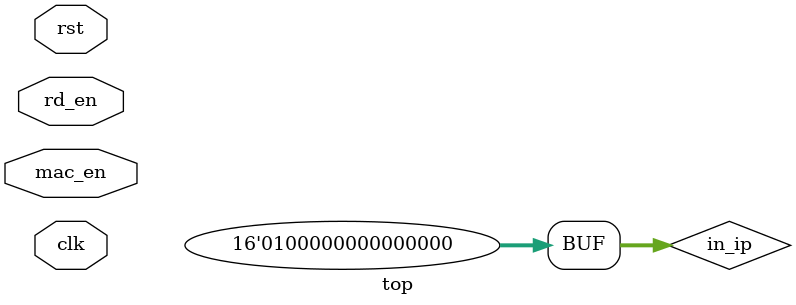
<source format=v>
`timescale 1ns / 1ps


module top (
    input clk,
    input rst,
    input [3:0]rd_en,
    input [3:0]mac_en
);

wire [9:0]addr;
wire fetch_en;
//wire mac_en = 4'b1111;
wire [3:0]wr_en;
wire all_done;
wire full_0;

wire [63:0] data_out_0;
wire [63:0] data_out_1;
wire [63:0] data_out_2;
wire [63:0] data_out_3;
wire [63:0] data_out_4;
wire [63:0] data_out_5;
wire [63:0] data_out_6;
wire [63:0] data_out_7;
wire [63:0] data_out_8;
wire [63:0] data_out_9;
wire [63:0] data_out_10;
wire [63:0] data_out_11;
wire [63:0] data_out_12;
wire [63:0] data_out_13;
wire [63:0] data_out_14;
wire [63:0] data_out_15;

wire [15:0]in_ip = 16'h4000;

//wire [3:0]rd_en = 4'b1111;

arbiter arb_0 (
    .clk(clk),
    .rst(rst),
    .addr(addr),
    .fetch_en(fetch_en),
    .wr_en(wr_en),
    .all_done(all_done),
    .full(full_0)

);

PE PE_0 (
    .clk(clk),
    .rst(rst),
    .rd_en(rd_en),
    .wr_en(wr_en),
    .mac_en(mac_en),
    .in_ip(in_ip),
    .data_in(data_out_0),
    .acc_result_0(acc_result_0),
    .acc_result_1(acc_result_1),
    .acc_result_2(acc_result_2),
    .acc_result_3(acc_result_3),
    .full_0(full_0),
    .full_1(full_1),
    .full_2(full_2),
    .full_3(full_3),
    .empty_0(empty_0),
    .empty_1(empty_1),
    .empty_2(empty_2),
    .empty_3(empty_3)
);

mem_array mem_0  (
    .clk(clk),
    .rst(rst),
    .read_en(fetch_en),
    .addr_0(addr),
    .addr_1(0),
    .addr_2(0),
    .addr_3(0),
    .addr_4(0),
    .addr_5(0),
    .addr_6(0),
    .addr_7(0),
    .addr_8(0),
    .addr_9(0),
    .addr_10(0),
    .addr_11(0),
    .addr_12(0),
    .addr_13(0),
    .addr_14(0),
    .addr_15(0),
    .data_out_0(data_out_0),
    .data_out_1(data_out_1),
    .data_out_2(data_out_2),
    .data_out_3(data_out_3),
    .data_out_4(data_out_4),
    .data_out_5(data_out_5),
    .data_out_6(data_out_6),
    .data_out_7(data_out_7),
    .data_out_8(data_out_8),
    .data_out_9(data_out_9),
    .data_out_10(data_out_10),
    .data_out_11(data_out_11),
    .data_out_12(data_out_12),
    .data_out_13(data_out_13),
    .data_out_14(data_out_14),
    .data_out_15(data_out_15)
);



    
endmodule
</source>
